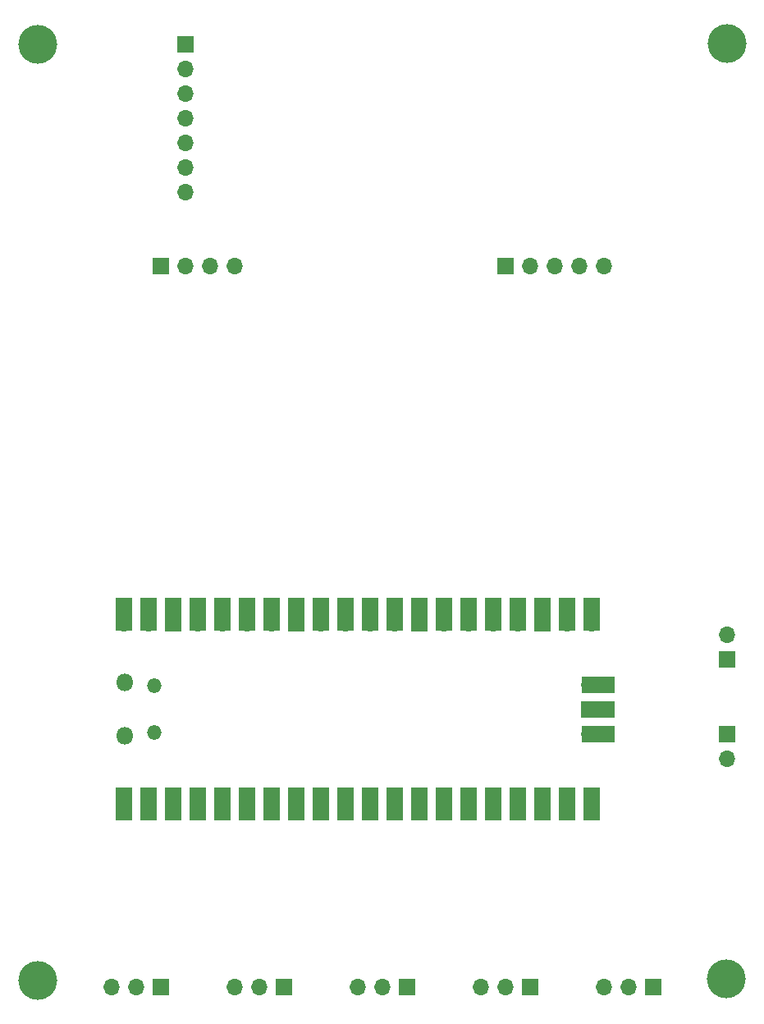
<source format=gbr>
%TF.GenerationSoftware,KiCad,Pcbnew,(6.0.7)*%
%TF.CreationDate,2022-08-23T02:17:12-04:00*%
%TF.ProjectId,PicoPilot,5069636f-5069-46c6-9f74-2e6b69636164,rev?*%
%TF.SameCoordinates,Original*%
%TF.FileFunction,Soldermask,Top*%
%TF.FilePolarity,Negative*%
%FSLAX46Y46*%
G04 Gerber Fmt 4.6, Leading zero omitted, Abs format (unit mm)*
G04 Created by KiCad (PCBNEW (6.0.7)) date 2022-08-23 02:17:12*
%MOMM*%
%LPD*%
G01*
G04 APERTURE LIST*
%ADD10O,1.700000X1.700000*%
%ADD11R,1.700000X1.700000*%
%ADD12C,4.000000*%
%ADD13O,1.800000X1.800000*%
%ADD14O,1.500000X1.500000*%
%ADD15R,1.700000X3.500000*%
%ADD16R,3.500000X1.700000*%
G04 APERTURE END LIST*
D10*
%TO.C,P5*%
X116825000Y-145485000D03*
X119365000Y-145485000D03*
D11*
X121905000Y-145485000D03*
%TD*%
D10*
%TO.C,P4*%
X129525000Y-145485000D03*
X132065000Y-145485000D03*
D11*
X134605000Y-145485000D03*
%TD*%
D10*
%TO.C,P3*%
X142240000Y-145485000D03*
X144780000Y-145485000D03*
D11*
X147320000Y-145485000D03*
%TD*%
D10*
%TO.C,P2*%
X154925000Y-145485000D03*
X157465000Y-145485000D03*
D11*
X160005000Y-145485000D03*
%TD*%
D10*
%TO.C,P1*%
X167625000Y-145485000D03*
X170165000Y-145485000D03*
D11*
X172705000Y-145485000D03*
%TD*%
D12*
%TO.C,*%
X109220000Y-48260000D03*
%TD*%
%TO.C,*%
X180340000Y-48216220D03*
%TD*%
%TO.C,*%
X180234078Y-144648660D03*
%TD*%
%TO.C,*%
X109220000Y-144780000D03*
%TD*%
D13*
%TO.C,U1*%
X118240000Y-114115000D03*
X118240000Y-119565000D03*
D14*
X121270000Y-119265000D03*
X121270000Y-114415000D03*
D10*
X118110000Y-125730000D03*
D15*
X118110000Y-126630000D03*
D10*
X120650000Y-125730000D03*
D15*
X120650000Y-126630000D03*
X123190000Y-126630000D03*
D11*
X123190000Y-125730000D03*
D10*
X125730000Y-125730000D03*
D15*
X125730000Y-126630000D03*
D10*
X128270000Y-125730000D03*
D15*
X128270000Y-126630000D03*
D10*
X130810000Y-125730000D03*
D15*
X130810000Y-126630000D03*
X133350000Y-126630000D03*
D10*
X133350000Y-125730000D03*
D11*
X135890000Y-125730000D03*
D15*
X135890000Y-126630000D03*
X138430000Y-126630000D03*
D10*
X138430000Y-125730000D03*
X140970000Y-125730000D03*
D15*
X140970000Y-126630000D03*
X143510000Y-126630000D03*
D10*
X143510000Y-125730000D03*
X146050000Y-125730000D03*
D15*
X146050000Y-126630000D03*
D11*
X148590000Y-125730000D03*
D15*
X148590000Y-126630000D03*
X151130000Y-126630000D03*
D10*
X151130000Y-125730000D03*
X153670000Y-125730000D03*
D15*
X153670000Y-126630000D03*
X156210000Y-126630000D03*
D10*
X156210000Y-125730000D03*
D15*
X158750000Y-126630000D03*
D10*
X158750000Y-125730000D03*
D15*
X161290000Y-126630000D03*
D11*
X161290000Y-125730000D03*
D10*
X163830000Y-125730000D03*
D15*
X163830000Y-126630000D03*
X166370000Y-126630000D03*
D10*
X166370000Y-125730000D03*
D15*
X166370000Y-107050000D03*
D10*
X166370000Y-107950000D03*
D15*
X163830000Y-107050000D03*
D10*
X163830000Y-107950000D03*
D15*
X161290000Y-107050000D03*
D11*
X161290000Y-107950000D03*
D10*
X158750000Y-107950000D03*
D15*
X158750000Y-107050000D03*
X156210000Y-107050000D03*
D10*
X156210000Y-107950000D03*
D15*
X153670000Y-107050000D03*
D10*
X153670000Y-107950000D03*
X151130000Y-107950000D03*
D15*
X151130000Y-107050000D03*
D11*
X148590000Y-107950000D03*
D15*
X148590000Y-107050000D03*
D10*
X146050000Y-107950000D03*
D15*
X146050000Y-107050000D03*
X143510000Y-107050000D03*
D10*
X143510000Y-107950000D03*
X140970000Y-107950000D03*
D15*
X140970000Y-107050000D03*
D10*
X138430000Y-107950000D03*
D15*
X138430000Y-107050000D03*
X135890000Y-107050000D03*
D11*
X135890000Y-107950000D03*
D15*
X133350000Y-107050000D03*
D10*
X133350000Y-107950000D03*
D15*
X130810000Y-107050000D03*
D10*
X130810000Y-107950000D03*
X128270000Y-107950000D03*
D15*
X128270000Y-107050000D03*
X125730000Y-107050000D03*
D10*
X125730000Y-107950000D03*
D15*
X123190000Y-107050000D03*
D11*
X123190000Y-107950000D03*
D15*
X120650000Y-107050000D03*
D10*
X120650000Y-107950000D03*
X118110000Y-107950000D03*
D15*
X118110000Y-107050000D03*
D16*
X167040000Y-119380000D03*
D10*
X166140000Y-119380000D03*
D11*
X166140000Y-116840000D03*
D16*
X167040000Y-116840000D03*
D10*
X166140000Y-114300000D03*
D16*
X167040000Y-114300000D03*
%TD*%
D11*
%TO.C,P6*%
X180340000Y-119380000D03*
D10*
X180340000Y-121920000D03*
%TD*%
D11*
%TO.C,J7*%
X124460000Y-48260000D03*
D10*
X124460000Y-50800000D03*
X124460000Y-53340000D03*
X124460000Y-55880000D03*
X124460000Y-58420000D03*
X124460000Y-60960000D03*
X124460000Y-63500000D03*
%TD*%
D11*
%TO.C,J5*%
X157480000Y-71120000D03*
D10*
X160020000Y-71120000D03*
X162560000Y-71120000D03*
X165100000Y-71120000D03*
X167640000Y-71120000D03*
%TD*%
D11*
%TO.C,J4*%
X121920000Y-71120000D03*
D10*
X124460000Y-71120000D03*
X127000000Y-71120000D03*
X129540000Y-71120000D03*
%TD*%
%TO.C,J2*%
X180340000Y-109160000D03*
D11*
X180340000Y-111700000D03*
%TD*%
M02*

</source>
